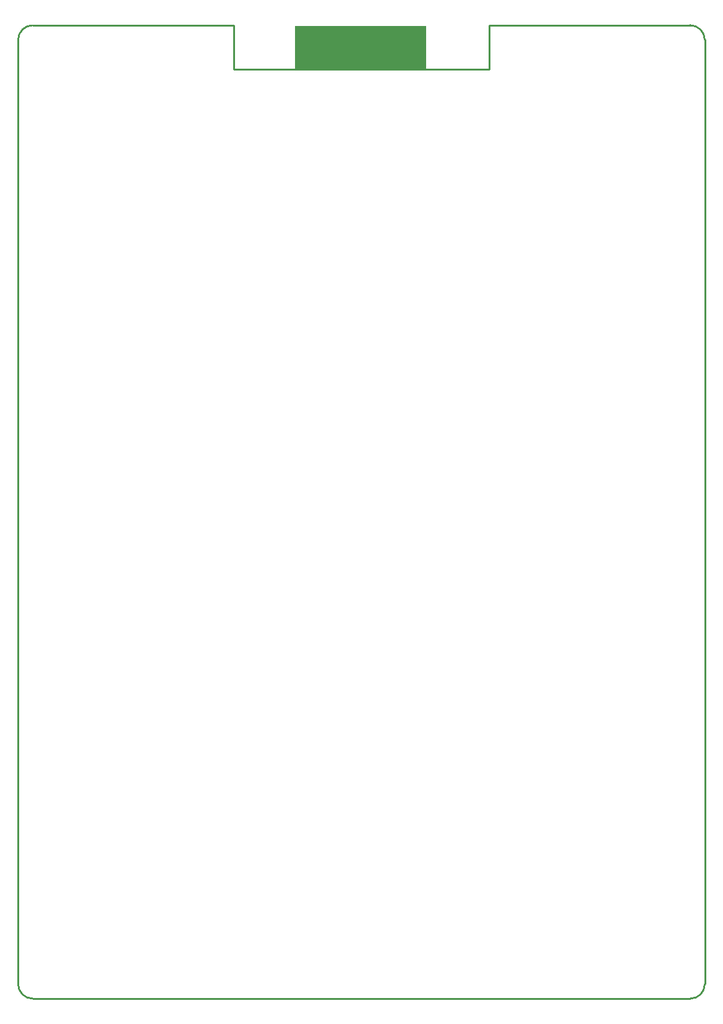
<source format=gko>
G04 Layer_Color=16711935*
%FSLAX25Y25*%
%MOIN*%
G70*
G01*
G75*
%ADD61C,0.01000*%
%ADD161R,0.71000X0.23500*%
D61*
X-177165Y262205D02*
G03*
X-185039Y254331I0J-7874D01*
G01*
Y-254331D02*
G03*
X-177165Y-262205I7874J0D01*
G01*
X177165D02*
G03*
X185039Y-254331I0J7874D01*
G01*
Y254331D02*
G03*
X177165Y262205I-7874J0D01*
G01*
X-177165Y262205D02*
X-68898D01*
X-185039Y-254331D02*
Y254331D01*
X-177165Y-262205D02*
X177165D01*
X185039Y-254331D02*
Y254331D01*
X68898Y262205D02*
X177165D01*
X68898Y238583D02*
Y262205D01*
X-68898Y238583D02*
X68898D01*
X-68898D02*
Y262205D01*
D161*
X-626Y250310D02*
D03*
M02*

</source>
